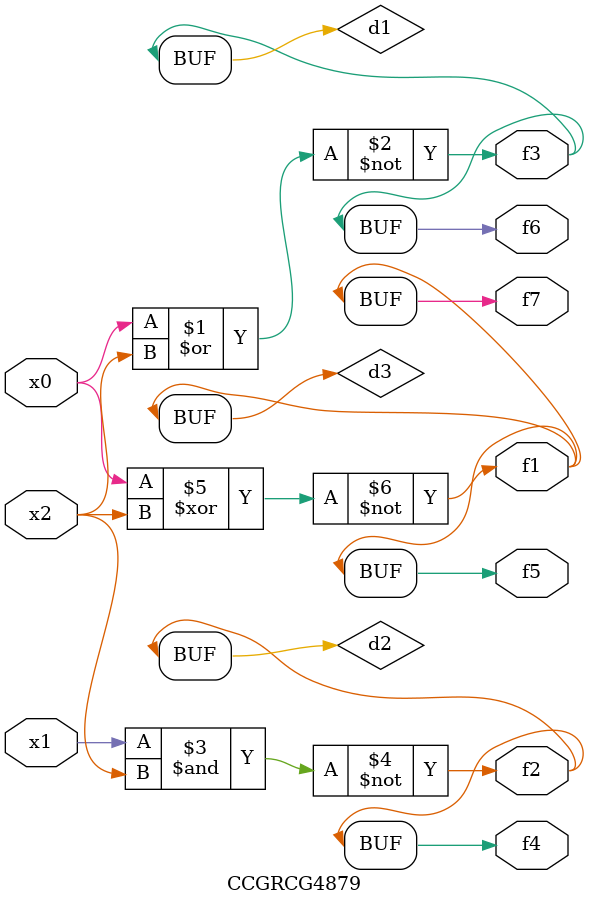
<source format=v>
module CCGRCG4879(
	input x0, x1, x2,
	output f1, f2, f3, f4, f5, f6, f7
);

	wire d1, d2, d3;

	nor (d1, x0, x2);
	nand (d2, x1, x2);
	xnor (d3, x0, x2);
	assign f1 = d3;
	assign f2 = d2;
	assign f3 = d1;
	assign f4 = d2;
	assign f5 = d3;
	assign f6 = d1;
	assign f7 = d3;
endmodule

</source>
